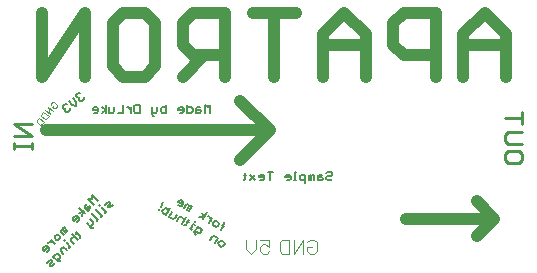
<source format=gbo>
G75*
%MOIN*%
%OFA0B0*%
%FSLAX24Y24*%
%IPPOS*%
%LPD*%
%AMOC8*
5,1,8,0,0,1.08239X$1,22.5*
%
%ADD10C,0.0040*%
%ADD11C,0.0410*%
%ADD12C,0.0400*%
%ADD13C,0.0110*%
%ADD14C,0.0050*%
D10*
X010066Y001336D02*
X010066Y001643D01*
X010373Y001643D02*
X010373Y001336D01*
X010219Y001183D01*
X010066Y001336D01*
X010526Y001259D02*
X010603Y001183D01*
X010757Y001183D01*
X010833Y001259D01*
X011180Y001259D02*
X011180Y001566D01*
X011257Y001643D01*
X011487Y001643D01*
X011487Y001183D01*
X011257Y001183D01*
X011180Y001259D01*
X010833Y001413D02*
X010680Y001490D01*
X010603Y001490D01*
X010526Y001413D01*
X010526Y001259D01*
X010833Y001413D02*
X010833Y001643D01*
X010526Y001643D01*
X011641Y001643D02*
X011641Y001183D01*
X011948Y001643D01*
X011948Y001183D01*
X012101Y001259D02*
X012101Y001413D01*
X012255Y001413D01*
X012408Y001566D02*
X012408Y001259D01*
X012331Y001183D01*
X012178Y001183D01*
X012101Y001259D01*
X012101Y001566D02*
X012178Y001643D01*
X012331Y001643D01*
X012408Y001566D01*
X003470Y005754D02*
X003399Y005670D01*
X003348Y005665D01*
X003235Y005760D01*
X003231Y005811D01*
X003301Y005896D01*
X003470Y005754D01*
X003530Y005825D02*
X003361Y005966D01*
X003455Y006079D02*
X003530Y005825D01*
X003624Y005937D02*
X003455Y006079D01*
X003543Y006126D02*
X003538Y006178D01*
X003586Y006234D01*
X003637Y006239D01*
X003750Y006144D01*
X003754Y006093D01*
X003707Y006036D01*
X003655Y006032D01*
X003599Y006079D01*
X003646Y006135D01*
X003148Y005712D02*
X003077Y005628D01*
X003081Y005576D01*
X003194Y005482D01*
X003246Y005486D01*
X003316Y005571D01*
X003148Y005712D01*
D11*
X003265Y007076D02*
X003265Y009208D01*
X004686Y009208D02*
X003265Y007076D01*
X004686Y007076D02*
X004686Y009208D01*
X005604Y008853D02*
X005959Y009208D01*
X006670Y009208D01*
X007025Y008853D01*
X007025Y007432D01*
X006670Y007076D01*
X005959Y007076D01*
X005604Y007432D01*
X005604Y008853D01*
X007943Y008853D02*
X007943Y008142D01*
X008298Y007787D01*
X009364Y007787D01*
X008653Y007787D02*
X007943Y007076D01*
X009364Y007076D02*
X009364Y009208D01*
X008298Y009208D01*
X007943Y008853D01*
X010282Y009208D02*
X011703Y009208D01*
X010992Y009208D02*
X010992Y007076D01*
X012620Y007076D02*
X012620Y008498D01*
X013331Y009208D01*
X014042Y008498D01*
X014042Y007076D01*
X014959Y008142D02*
X015315Y007787D01*
X016380Y007787D01*
X017298Y008142D02*
X018719Y008142D01*
X018719Y008498D02*
X018009Y009208D01*
X017298Y008498D01*
X017298Y007076D01*
X016380Y007076D02*
X016380Y009208D01*
X015315Y009208D01*
X014959Y008853D01*
X014959Y008142D01*
X014042Y008142D02*
X012620Y008142D01*
X018719Y008498D02*
X018719Y007076D01*
D12*
X010853Y005297D02*
X009869Y004312D01*
X010853Y005297D02*
X009869Y006281D01*
X010853Y005297D02*
X003373Y005297D01*
X015381Y002344D02*
X018334Y002344D01*
X017743Y001753D01*
X018334Y002344D02*
X017743Y002934D01*
D13*
X018771Y004205D02*
X018673Y004304D01*
X018673Y004501D01*
X018771Y004599D01*
X019165Y004599D01*
X019263Y004501D01*
X019263Y004304D01*
X019165Y004205D01*
X018771Y004205D01*
X018771Y004850D02*
X018673Y004948D01*
X018673Y005145D01*
X018771Y005243D01*
X019263Y005243D01*
X019263Y005494D02*
X019263Y005888D01*
X019263Y005691D02*
X018673Y005691D01*
X018771Y004850D02*
X019263Y004850D01*
X002925Y004671D02*
X002925Y004868D01*
X002925Y004769D02*
X002334Y004769D01*
X002334Y004671D02*
X002334Y004868D01*
X002334Y005101D02*
X002925Y005101D01*
X002334Y005494D01*
X002925Y005494D01*
D14*
X003289Y001305D02*
X003321Y001273D01*
X003448Y001401D01*
X003416Y001432D02*
X003353Y001432D01*
X003289Y001369D01*
X003289Y001305D01*
X003416Y001241D02*
X003480Y001305D01*
X003480Y001369D01*
X003416Y001432D01*
X003463Y001542D02*
X003495Y001574D01*
X003622Y001574D01*
X003686Y001511D02*
X003558Y001638D01*
X003671Y001687D02*
X003671Y001751D01*
X003735Y001814D01*
X003798Y001814D01*
X003862Y001751D01*
X003862Y001687D01*
X003798Y001623D01*
X003735Y001623D01*
X003671Y001687D01*
X003879Y001895D02*
X003975Y001800D01*
X004039Y001864D02*
X003943Y001959D01*
X003879Y001959D01*
X003879Y001895D01*
X003943Y001959D02*
X003943Y002023D01*
X003975Y002055D01*
X004102Y001927D01*
X004249Y001827D02*
X004440Y001636D01*
X004516Y001711D02*
X004516Y001774D01*
X004388Y001902D01*
X004452Y001902D02*
X004388Y001838D01*
X004345Y001731D02*
X004281Y001731D01*
X004218Y001667D01*
X004218Y001604D01*
X004313Y001508D01*
X004232Y001427D02*
X004168Y001363D01*
X004200Y001395D02*
X004073Y001523D01*
X004105Y001555D01*
X004009Y001586D02*
X003977Y001618D01*
X003966Y001416D02*
X003870Y001320D01*
X003870Y001256D01*
X003966Y001161D01*
X003853Y001112D02*
X003853Y001048D01*
X003758Y000953D01*
X003789Y000921D02*
X003630Y001080D01*
X003726Y001175D01*
X003789Y001175D01*
X003853Y001112D01*
X003885Y000953D02*
X003853Y000921D01*
X003789Y000921D01*
X003677Y000872D02*
X003581Y000776D01*
X003517Y000776D01*
X003517Y000840D01*
X003581Y000903D01*
X003581Y000967D01*
X003517Y000967D01*
X003422Y000872D01*
X003966Y001416D02*
X004093Y001288D01*
X004869Y002064D02*
X004964Y002159D01*
X004964Y002223D01*
X004869Y002319D01*
X004912Y002489D02*
X005103Y002298D01*
X005135Y002330D02*
X005071Y002266D01*
X005210Y002405D02*
X005274Y002469D01*
X005242Y002437D02*
X005051Y002628D01*
X005083Y002660D01*
X005190Y002767D02*
X005158Y002799D01*
X005254Y002703D02*
X005381Y002576D01*
X005413Y002608D02*
X005349Y002544D01*
X005254Y002703D02*
X005285Y002735D01*
X005366Y002816D02*
X005462Y002912D01*
X005526Y002912D01*
X005526Y002848D01*
X005462Y002784D01*
X005462Y002721D01*
X005526Y002721D01*
X005621Y002816D01*
X005109Y002934D02*
X004918Y003125D01*
X004918Y002998D01*
X004791Y002998D01*
X004982Y002807D01*
X004869Y002758D02*
X004869Y002694D01*
X004774Y002599D01*
X004678Y002694D01*
X004678Y002758D01*
X004742Y002821D01*
X004805Y002758D02*
X004710Y002662D01*
X004629Y002581D02*
X004470Y002549D01*
X004423Y002440D02*
X004360Y002440D01*
X004296Y002376D01*
X004296Y002312D01*
X004328Y002280D01*
X004455Y002408D01*
X004487Y002376D02*
X004423Y002440D01*
X004487Y002376D02*
X004487Y002312D01*
X004423Y002248D01*
X004597Y002422D02*
X004629Y002581D01*
X004693Y002518D02*
X004502Y002709D01*
X004805Y002758D02*
X004869Y002758D01*
X004944Y002521D02*
X004912Y002489D01*
X004741Y002191D02*
X004901Y002032D01*
X004964Y002032D01*
X004996Y002064D01*
X007143Y002621D02*
X007165Y002660D01*
X007210Y002738D02*
X007301Y002894D01*
X007371Y002698D02*
X007488Y002630D01*
X007533Y002708D02*
X007398Y002474D01*
X007281Y002542D01*
X007265Y002603D01*
X007310Y002681D01*
X007371Y002698D01*
X007587Y002573D02*
X007497Y002417D01*
X007614Y002349D01*
X007676Y002366D01*
X007743Y002483D01*
X007820Y002386D02*
X007752Y002269D01*
X007820Y002386D02*
X007882Y002403D01*
X007960Y002358D01*
X007976Y002296D01*
X008091Y002282D02*
X008169Y002237D01*
X008152Y002299D02*
X008062Y002143D01*
X008001Y002126D01*
X007908Y002179D02*
X008044Y002413D01*
X008148Y002595D02*
X008239Y002751D01*
X008200Y002774D01*
X008138Y002757D01*
X008122Y002819D01*
X008060Y002802D01*
X007992Y002685D01*
X008070Y002640D02*
X008138Y002757D01*
X007961Y002859D02*
X007944Y002921D01*
X007866Y002966D01*
X007805Y002949D01*
X007782Y002910D01*
X007938Y002820D01*
X007916Y002781D02*
X007961Y002859D01*
X007916Y002781D02*
X007854Y002765D01*
X007776Y002810D01*
X008499Y002393D02*
X008661Y002403D01*
X008589Y002549D01*
X008751Y002559D02*
X008616Y002325D01*
X008802Y002426D02*
X008841Y002403D01*
X008874Y002280D01*
X008829Y002202D02*
X008919Y002358D01*
X008996Y002262D02*
X009057Y002278D01*
X009135Y002233D01*
X009152Y002172D01*
X009107Y002094D01*
X009045Y002077D01*
X008967Y002122D01*
X008951Y002184D01*
X008996Y002262D01*
X009244Y002119D02*
X009322Y002074D01*
X009328Y002174D02*
X009215Y001979D01*
X009328Y002174D02*
X009311Y002236D01*
X008555Y002014D02*
X008571Y001953D01*
X008526Y001875D01*
X008465Y001858D01*
X008348Y001926D01*
X008325Y001887D02*
X008438Y002082D01*
X008555Y002014D01*
X008339Y002139D02*
X008300Y002161D01*
X008210Y002005D01*
X008249Y001983D02*
X008171Y002028D01*
X008325Y001887D02*
X008342Y001825D01*
X008381Y001803D01*
X008858Y001631D02*
X008926Y001748D01*
X008987Y001765D01*
X009104Y001697D01*
X009014Y001541D01*
X009136Y001523D02*
X009181Y001601D01*
X009242Y001617D01*
X009320Y001572D01*
X009337Y001511D01*
X009292Y001433D01*
X009230Y001416D01*
X009152Y001461D01*
X009136Y001523D01*
X008345Y002239D02*
X008367Y002278D01*
X009977Y003629D02*
X010022Y003674D01*
X010022Y003854D01*
X010067Y003809D02*
X009977Y003809D01*
X010181Y003809D02*
X010361Y003629D01*
X010476Y003719D02*
X010656Y003719D01*
X010656Y003764D02*
X010611Y003809D01*
X010521Y003809D01*
X010476Y003764D01*
X010476Y003719D01*
X010521Y003629D02*
X010611Y003629D01*
X010656Y003674D01*
X010656Y003764D01*
X010861Y003629D02*
X010861Y003899D01*
X010951Y003899D02*
X010770Y003899D01*
X010361Y003809D02*
X010181Y003629D01*
X011360Y003719D02*
X011540Y003719D01*
X011540Y003764D02*
X011495Y003809D01*
X011405Y003809D01*
X011360Y003764D01*
X011360Y003719D01*
X011405Y003629D02*
X011495Y003629D01*
X011540Y003674D01*
X011540Y003764D01*
X011646Y003629D02*
X011736Y003629D01*
X011691Y003629D02*
X011691Y003899D01*
X011736Y003899D01*
X011851Y003764D02*
X011896Y003809D01*
X012031Y003809D01*
X012031Y003539D01*
X012031Y003629D02*
X011896Y003629D01*
X011851Y003674D01*
X011851Y003764D01*
X012146Y003764D02*
X012146Y003629D01*
X012236Y003629D02*
X012236Y003764D01*
X012191Y003809D01*
X012146Y003764D01*
X012236Y003764D02*
X012281Y003809D01*
X012326Y003809D01*
X012326Y003629D01*
X012440Y003629D02*
X012440Y003764D01*
X012485Y003809D01*
X012575Y003809D01*
X012575Y003719D02*
X012440Y003719D01*
X012440Y003629D02*
X012575Y003629D01*
X012620Y003674D01*
X012575Y003719D01*
X012735Y003719D02*
X012735Y003674D01*
X012780Y003629D01*
X012870Y003629D01*
X012915Y003674D01*
X012870Y003764D02*
X012780Y003764D01*
X012735Y003719D01*
X012735Y003854D02*
X012780Y003899D01*
X012870Y003899D01*
X012915Y003854D01*
X012915Y003809D01*
X012870Y003764D01*
X008860Y005873D02*
X008860Y006143D01*
X008770Y006053D01*
X008680Y006143D01*
X008680Y005873D01*
X008565Y005918D02*
X008520Y005963D01*
X008385Y005963D01*
X008385Y006008D02*
X008385Y005873D01*
X008520Y005873D01*
X008565Y005918D01*
X008520Y006053D02*
X008430Y006053D01*
X008385Y006008D01*
X008271Y006008D02*
X008271Y005918D01*
X008226Y005873D01*
X008090Y005873D01*
X008090Y006143D01*
X008090Y006053D02*
X008226Y006053D01*
X008271Y006008D01*
X007976Y006008D02*
X007976Y005918D01*
X007931Y005873D01*
X007841Y005873D01*
X007796Y005963D02*
X007976Y005963D01*
X007976Y006008D02*
X007931Y006053D01*
X007841Y006053D01*
X007796Y006008D01*
X007796Y005963D01*
X007387Y006053D02*
X007251Y006053D01*
X007206Y006008D01*
X007206Y005918D01*
X007251Y005873D01*
X007387Y005873D01*
X007387Y006143D01*
X007092Y006053D02*
X007092Y005918D01*
X007047Y005873D01*
X006912Y005873D01*
X006912Y005828D02*
X006957Y005783D01*
X007002Y005783D01*
X006912Y005828D02*
X006912Y006053D01*
X006503Y006143D02*
X006503Y005873D01*
X006368Y005873D01*
X006322Y005918D01*
X006322Y006098D01*
X006368Y006143D01*
X006503Y006143D01*
X006208Y006053D02*
X006208Y005873D01*
X006208Y005963D02*
X006118Y006053D01*
X006073Y006053D01*
X005962Y006143D02*
X005962Y005873D01*
X005782Y005873D01*
X005668Y005918D02*
X005623Y005873D01*
X005488Y005873D01*
X005488Y006053D01*
X005373Y006143D02*
X005373Y005873D01*
X005373Y005963D02*
X005238Y005873D01*
X005128Y005918D02*
X005128Y006008D01*
X005083Y006053D01*
X004992Y006053D01*
X004947Y006008D01*
X004947Y005963D01*
X005128Y005963D01*
X005128Y005918D02*
X005083Y005873D01*
X004992Y005873D01*
X005238Y006053D02*
X005373Y005963D01*
X005668Y005918D02*
X005668Y006053D01*
X004642Y006334D02*
X004573Y006276D01*
X004509Y006281D01*
X004480Y006316D01*
X004486Y006379D01*
X004521Y006408D01*
X004486Y006379D02*
X004423Y006385D01*
X004394Y006419D01*
X004399Y006483D01*
X004468Y006541D01*
X004532Y006535D01*
X004647Y006397D02*
X004642Y006334D01*
X004393Y006242D02*
X004382Y006115D01*
X004255Y006126D01*
X004139Y006264D01*
X004080Y006156D02*
X004017Y006162D01*
X003948Y006104D01*
X003942Y006040D01*
X003971Y006006D01*
X004035Y006000D01*
X004029Y005937D01*
X004058Y005902D01*
X004121Y005897D01*
X004190Y005955D01*
X004196Y006018D01*
X004069Y006029D02*
X004035Y006000D01*
X004393Y006242D02*
X004277Y006380D01*
M02*

</source>
